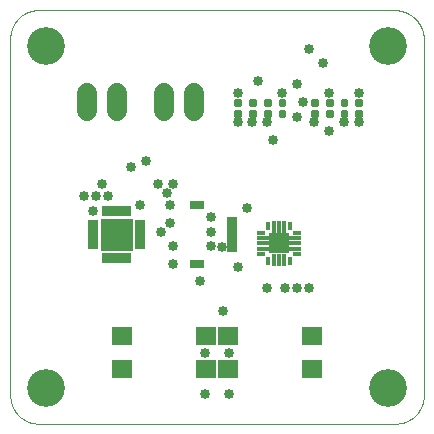
<source format=gts>
G04 EAGLE Gerber RS-274X export*
G75*
%MOMM*%
%FSLAX35Y35*%
%LPD*%
%INsolder_mask_top*%
%IPPOS*%
%AMOC8*
5,1,8,0,0,1.08239X$1,22.5*%
G01*
%ADD10C,0.000000*%
%ADD11R,2.703200X2.703200*%
%ADD12R,0.503200X0.953200*%
%ADD13R,0.953200X0.503200*%
%ADD14C,1.703200*%
%ADD15R,1.703200X1.703200*%
%ADD16R,0.453200X1.003200*%
%ADD17R,1.003200X0.453200*%
%ADD18R,0.753200X0.453200*%
%ADD19R,0.453200X0.753200*%
%ADD20R,0.903200X0.503200*%
%ADD21R,1.203200X0.803200*%
%ADD22C,0.450047*%
%ADD23R,1.803200X1.603200*%
%ADD24C,3.203200*%
%ADD25C,0.853200*%


D10*
X250000Y0D02*
X3250000Y0D01*
X3500000Y225000D02*
X3500000Y3275000D01*
X3225000Y3500000D02*
X250000Y3500000D01*
X0Y3275000D02*
X0Y225000D01*
X0Y3275000D02*
X371Y3280735D01*
X881Y3286460D01*
X1529Y3292170D01*
X2315Y3297864D01*
X3238Y3303536D01*
X4298Y3309185D01*
X5494Y3314806D01*
X6826Y3320397D01*
X8292Y3325954D01*
X9892Y3331474D01*
X11626Y3336954D01*
X13491Y3342390D01*
X15487Y3347780D01*
X17612Y3353120D01*
X19866Y3358406D01*
X22247Y3363637D01*
X24754Y3368809D01*
X27385Y3373919D01*
X30138Y3378963D01*
X33013Y3383940D01*
X36007Y3388846D01*
X39119Y3393678D01*
X42347Y3398433D01*
X45688Y3403109D01*
X49142Y3407703D01*
X52706Y3412212D01*
X56377Y3416633D01*
X60154Y3420965D01*
X64035Y3425204D01*
X68018Y3429348D01*
X72099Y3433395D01*
X76276Y3437342D01*
X80548Y3441186D01*
X84912Y3444927D01*
X89365Y3448561D01*
X93904Y3452086D01*
X98527Y3455500D01*
X103231Y3458802D01*
X108014Y3461989D01*
X112872Y3465060D01*
X117803Y3468012D01*
X122804Y3470844D01*
X127872Y3473555D01*
X133003Y3476142D01*
X138196Y3478605D01*
X143447Y3480942D01*
X148753Y3483150D01*
X154111Y3485230D01*
X159517Y3487180D01*
X164969Y3488999D01*
X170463Y3490686D01*
X175997Y3492239D01*
X181566Y3493658D01*
X187168Y3494942D01*
X192799Y3496090D01*
X198457Y3497102D01*
X204137Y3497977D01*
X209837Y3498715D01*
X215553Y3499314D01*
X221281Y3499775D01*
X227020Y3500098D01*
X232764Y3500282D01*
X238511Y3500327D01*
X244257Y3500233D01*
X250000Y3500000D01*
X3225000Y3500000D02*
X3231143Y3500538D01*
X3237297Y3500926D01*
X3243459Y3501162D01*
X3249625Y3501247D01*
X3255791Y3501180D01*
X3261953Y3500962D01*
X3268109Y3500594D01*
X3274253Y3500074D01*
X3280383Y3499403D01*
X3286494Y3498582D01*
X3292584Y3497612D01*
X3298648Y3496492D01*
X3304682Y3495224D01*
X3310684Y3493808D01*
X3316649Y3492246D01*
X3322574Y3490537D01*
X3328455Y3488684D01*
X3334289Y3486686D01*
X3340072Y3484546D01*
X3345801Y3482265D01*
X3351472Y3479844D01*
X3357083Y3477285D01*
X3362628Y3474588D01*
X3368106Y3471757D01*
X3373512Y3468792D01*
X3378845Y3465694D01*
X3384099Y3462467D01*
X3389273Y3459113D01*
X3394363Y3455632D01*
X3399366Y3452027D01*
X3404279Y3448300D01*
X3409099Y3444454D01*
X3413823Y3440491D01*
X3418449Y3436414D01*
X3422973Y3432224D01*
X3427393Y3427924D01*
X3431706Y3423517D01*
X3435909Y3419005D01*
X3440001Y3414392D01*
X3443978Y3409679D01*
X3447839Y3404871D01*
X3451580Y3399969D01*
X3455199Y3394977D01*
X3458695Y3389897D01*
X3462066Y3384733D01*
X3465309Y3379489D01*
X3468422Y3374166D01*
X3471403Y3368768D01*
X3474251Y3363299D01*
X3476964Y3357761D01*
X3479540Y3352159D01*
X3481978Y3346495D01*
X3484276Y3340773D01*
X3486433Y3334996D01*
X3488448Y3329168D01*
X3490319Y3323292D01*
X3492045Y3317372D01*
X3493626Y3311412D01*
X3495060Y3305415D01*
X3496346Y3299384D01*
X3497484Y3293323D01*
X3498472Y3287237D01*
X3499311Y3281128D01*
X3500000Y3275000D01*
X3500000Y225000D02*
X3499629Y219265D01*
X3499119Y213540D01*
X3498471Y207830D01*
X3497685Y202136D01*
X3496762Y196464D01*
X3495702Y190815D01*
X3494506Y185194D01*
X3493174Y179603D01*
X3491708Y174046D01*
X3490108Y168526D01*
X3488374Y163046D01*
X3486509Y157610D01*
X3484513Y152220D01*
X3482388Y146880D01*
X3480134Y141594D01*
X3477753Y136363D01*
X3475246Y131191D01*
X3472615Y126081D01*
X3469862Y121037D01*
X3466987Y116060D01*
X3463993Y111154D01*
X3460881Y106322D01*
X3457653Y101567D01*
X3454312Y96891D01*
X3450858Y92297D01*
X3447294Y87788D01*
X3443623Y83367D01*
X3439846Y79035D01*
X3435965Y74796D01*
X3431982Y70652D01*
X3427901Y66605D01*
X3423724Y62658D01*
X3419452Y58814D01*
X3415088Y55073D01*
X3410635Y51439D01*
X3406096Y47914D01*
X3401473Y44500D01*
X3396769Y41198D01*
X3391986Y38011D01*
X3387128Y34940D01*
X3382197Y31988D01*
X3377196Y29156D01*
X3372128Y26445D01*
X3366997Y23858D01*
X3361804Y21395D01*
X3356553Y19058D01*
X3351247Y16850D01*
X3345889Y14770D01*
X3340483Y12820D01*
X3335031Y11001D01*
X3329537Y9314D01*
X3324003Y7761D01*
X3318434Y6342D01*
X3312832Y5058D01*
X3307201Y3910D01*
X3301543Y2898D01*
X3295863Y2023D01*
X3290163Y1285D01*
X3284447Y686D01*
X3278719Y225D01*
X3272980Y-98D01*
X3267236Y-282D01*
X3261489Y-327D01*
X3255743Y-233D01*
X3250000Y0D01*
X250000Y0D02*
X244257Y-233D01*
X238511Y-327D01*
X232764Y-282D01*
X227020Y-98D01*
X221281Y225D01*
X215553Y686D01*
X209837Y1285D01*
X204137Y2023D01*
X198457Y2898D01*
X192799Y3910D01*
X187168Y5058D01*
X181566Y6342D01*
X175997Y7761D01*
X170463Y9314D01*
X164969Y11001D01*
X159517Y12820D01*
X154111Y14770D01*
X148753Y16850D01*
X143447Y19058D01*
X138196Y21395D01*
X133003Y23858D01*
X127872Y26445D01*
X122804Y29156D01*
X117803Y31988D01*
X112872Y34940D01*
X108014Y38011D01*
X103231Y41198D01*
X98527Y44500D01*
X93904Y47914D01*
X89365Y51439D01*
X84912Y55073D01*
X80548Y58814D01*
X76276Y62658D01*
X72099Y66605D01*
X68018Y70652D01*
X64035Y74796D01*
X60154Y79035D01*
X56377Y83367D01*
X52706Y87788D01*
X49142Y92297D01*
X45688Y96891D01*
X42347Y101567D01*
X39119Y106322D01*
X36007Y111154D01*
X33013Y116060D01*
X30138Y121037D01*
X27385Y126081D01*
X24754Y131191D01*
X22247Y136363D01*
X19866Y141594D01*
X17612Y146880D01*
X15487Y152220D01*
X13491Y157610D01*
X11626Y163046D01*
X9892Y168526D01*
X8292Y174046D01*
X6826Y179603D01*
X5494Y185194D01*
X4298Y190815D01*
X3238Y196464D01*
X2315Y202136D01*
X1529Y207830D01*
X881Y213540D01*
X371Y219265D01*
X0Y225000D01*
X3225000Y3500000D02*
X3231143Y3500538D01*
X3237297Y3500926D01*
X3243459Y3501162D01*
X3249625Y3501247D01*
X3255791Y3501180D01*
X3261953Y3500962D01*
X3268109Y3500594D01*
X3274253Y3500074D01*
X3280383Y3499403D01*
X3286494Y3498582D01*
X3292584Y3497612D01*
X3298648Y3496492D01*
X3304682Y3495224D01*
X3310684Y3493808D01*
X3316649Y3492246D01*
X3322574Y3490537D01*
X3328455Y3488684D01*
X3334289Y3486686D01*
X3340072Y3484546D01*
X3345801Y3482265D01*
X3351472Y3479844D01*
X3357083Y3477285D01*
X3362628Y3474588D01*
X3368106Y3471757D01*
X3373512Y3468792D01*
X3378845Y3465694D01*
X3384099Y3462467D01*
X3389273Y3459113D01*
X3394363Y3455632D01*
X3399366Y3452027D01*
X3404279Y3448300D01*
X3409099Y3444454D01*
X3413823Y3440491D01*
X3418449Y3436414D01*
X3422973Y3432224D01*
X3427393Y3427924D01*
X3431706Y3423517D01*
X3435909Y3419005D01*
X3440001Y3414392D01*
X3443978Y3409679D01*
X3447839Y3404871D01*
X3451580Y3399969D01*
X3455199Y3394977D01*
X3458695Y3389897D01*
X3462066Y3384733D01*
X3465309Y3379489D01*
X3468422Y3374166D01*
X3471403Y3368768D01*
X3474251Y3363299D01*
X3476964Y3357761D01*
X3479540Y3352159D01*
X3481978Y3346495D01*
X3484276Y3340773D01*
X3486433Y3334996D01*
X3488448Y3329168D01*
X3490319Y3323292D01*
X3492045Y3317372D01*
X3493626Y3311412D01*
X3495060Y3305415D01*
X3496346Y3299384D01*
X3497484Y3293323D01*
X3498472Y3287237D01*
X3499311Y3281128D01*
X3500000Y3275000D01*
X3500000Y225000D02*
X3499629Y219265D01*
X3499119Y213540D01*
X3498471Y207830D01*
X3497685Y202136D01*
X3496762Y196464D01*
X3495702Y190815D01*
X3494506Y185194D01*
X3493174Y179603D01*
X3491708Y174046D01*
X3490108Y168526D01*
X3488374Y163046D01*
X3486509Y157610D01*
X3484513Y152220D01*
X3482388Y146880D01*
X3480134Y141594D01*
X3477753Y136363D01*
X3475246Y131191D01*
X3472615Y126081D01*
X3469862Y121037D01*
X3466987Y116060D01*
X3463993Y111154D01*
X3460881Y106322D01*
X3457653Y101567D01*
X3454312Y96891D01*
X3450858Y92297D01*
X3447294Y87788D01*
X3443623Y83367D01*
X3439846Y79035D01*
X3435965Y74796D01*
X3431982Y70652D01*
X3427901Y66605D01*
X3423724Y62658D01*
X3419452Y58814D01*
X3415088Y55073D01*
X3410635Y51439D01*
X3406096Y47914D01*
X3401473Y44500D01*
X3396769Y41198D01*
X3391986Y38011D01*
X3387128Y34940D01*
X3382197Y31988D01*
X3377196Y29156D01*
X3372128Y26445D01*
X3366997Y23858D01*
X3361804Y21395D01*
X3356553Y19058D01*
X3351247Y16850D01*
X3345889Y14770D01*
X3340483Y12820D01*
X3335031Y11001D01*
X3329537Y9314D01*
X3324003Y7761D01*
X3318434Y6342D01*
X3312832Y5058D01*
X3307201Y3910D01*
X3301543Y2898D01*
X3295863Y2023D01*
X3290163Y1285D01*
X3284447Y686D01*
X3278719Y225D01*
X3272980Y-98D01*
X3267236Y-282D01*
X3261489Y-327D01*
X3255743Y-233D01*
X3250000Y0D01*
X250000Y0D02*
X244257Y-233D01*
X238511Y-327D01*
X232764Y-282D01*
X227020Y-98D01*
X221281Y225D01*
X215553Y686D01*
X209837Y1285D01*
X204137Y2023D01*
X198457Y2898D01*
X192799Y3910D01*
X187168Y5058D01*
X181566Y6342D01*
X175997Y7761D01*
X170463Y9314D01*
X164969Y11001D01*
X159517Y12820D01*
X154111Y14770D01*
X148753Y16850D01*
X143447Y19058D01*
X138196Y21395D01*
X133003Y23858D01*
X127872Y26445D01*
X122804Y29156D01*
X117803Y31988D01*
X112872Y34940D01*
X108014Y38011D01*
X103231Y41198D01*
X98527Y44500D01*
X93904Y47914D01*
X89365Y51439D01*
X84912Y55073D01*
X80548Y58814D01*
X76276Y62658D01*
X72099Y66605D01*
X68018Y70652D01*
X64035Y74796D01*
X60154Y79035D01*
X56377Y83367D01*
X52706Y87788D01*
X49142Y92297D01*
X45688Y96891D01*
X42347Y101567D01*
X39119Y106322D01*
X36007Y111154D01*
X33013Y116060D01*
X30138Y121037D01*
X27385Y126081D01*
X24754Y131191D01*
X22247Y136363D01*
X19866Y141594D01*
X17612Y146880D01*
X15487Y152220D01*
X13491Y157610D01*
X11626Y163046D01*
X9892Y168526D01*
X8292Y174046D01*
X6826Y179603D01*
X5494Y185194D01*
X4298Y190815D01*
X3238Y196464D01*
X2315Y202136D01*
X1529Y207830D01*
X881Y213540D01*
X371Y219265D01*
X0Y225000D01*
D11*
X900000Y1600000D03*
D12*
X800000Y1800000D03*
X850000Y1800000D03*
X900000Y1800000D03*
X950000Y1800000D03*
X1000000Y1800000D03*
X1000000Y1400000D03*
X950000Y1400000D03*
X900000Y1400000D03*
X850000Y1400000D03*
X800000Y1400000D03*
D13*
X1100000Y1500000D03*
X1100000Y1550000D03*
X1100000Y1600000D03*
X1100000Y1650000D03*
X1100000Y1700000D03*
X700000Y1700000D03*
X700000Y1650000D03*
X700000Y1600000D03*
X700000Y1550000D03*
X700000Y1500000D03*
D14*
X1552000Y2650000D02*
X1552000Y2800000D01*
X1298000Y2800000D02*
X1298000Y2650000D01*
X902000Y2650000D02*
X902000Y2800000D01*
X648000Y2800000D02*
X648000Y2650000D01*
D15*
X2275000Y1525000D03*
D16*
X2230000Y1665000D03*
X2275000Y1665000D03*
X2320000Y1665000D03*
X2230000Y1385000D03*
X2275000Y1385000D03*
X2320000Y1385000D03*
D17*
X2410000Y1480000D03*
X2410000Y1525000D03*
X2410000Y1570000D03*
X2135000Y1480000D03*
X2135000Y1525000D03*
X2135000Y1570000D03*
D18*
X2123000Y1435000D03*
D19*
X2185000Y1373000D03*
X2185000Y1677000D03*
D18*
X2123000Y1615000D03*
D19*
X2365000Y1677000D03*
X2365000Y1373000D03*
D18*
X2423000Y1435000D03*
X2423000Y1615000D03*
D20*
X1877000Y1575000D03*
X1877000Y1625000D03*
X1877000Y1675000D03*
X1877000Y1525000D03*
X1877000Y1475000D03*
X1877000Y1725000D03*
D21*
X1577000Y1850000D03*
X1577000Y1350000D03*
D22*
X2162342Y2708592D02*
X2187658Y2708592D01*
X2162342Y2708592D02*
X2162342Y2733908D01*
X2187658Y2733908D01*
X2187658Y2708592D01*
X2187658Y2616092D02*
X2162342Y2616092D01*
X2162342Y2641408D01*
X2187658Y2641408D01*
X2187658Y2616092D01*
X2812342Y2708592D02*
X2837658Y2708592D01*
X2812342Y2708592D02*
X2812342Y2733908D01*
X2837658Y2733908D01*
X2837658Y2708592D01*
X2837658Y2616092D02*
X2812342Y2616092D01*
X2812342Y2641408D01*
X2837658Y2641408D01*
X2837658Y2616092D01*
X2062658Y2708592D02*
X2037342Y2708592D01*
X2037342Y2733908D01*
X2062658Y2733908D01*
X2062658Y2708592D01*
X2062658Y2616092D02*
X2037342Y2616092D01*
X2037342Y2641408D01*
X2062658Y2641408D01*
X2062658Y2616092D01*
X2687342Y2708592D02*
X2712658Y2708592D01*
X2687342Y2708592D02*
X2687342Y2733908D01*
X2712658Y2733908D01*
X2712658Y2708592D01*
X2712658Y2616092D02*
X2687342Y2616092D01*
X2687342Y2641408D01*
X2712658Y2641408D01*
X2712658Y2616092D01*
X2937342Y2708592D02*
X2962658Y2708592D01*
X2937342Y2708592D02*
X2937342Y2733908D01*
X2962658Y2733908D01*
X2962658Y2708592D01*
X2962658Y2616092D02*
X2937342Y2616092D01*
X2937342Y2641408D01*
X2962658Y2641408D01*
X2962658Y2616092D01*
X1937658Y2708592D02*
X1912342Y2708592D01*
X1912342Y2733908D01*
X1937658Y2733908D01*
X1937658Y2708592D01*
X1937658Y2616092D02*
X1912342Y2616092D01*
X1912342Y2641408D01*
X1937658Y2641408D01*
X1937658Y2616092D01*
X2287342Y2708592D02*
X2312658Y2708592D01*
X2287342Y2708592D02*
X2287342Y2733908D01*
X2312658Y2733908D01*
X2312658Y2708592D01*
X2312658Y2616092D02*
X2287342Y2616092D01*
X2287342Y2641408D01*
X2312658Y2641408D01*
X2312658Y2616092D01*
X2562342Y2708592D02*
X2587658Y2708592D01*
X2562342Y2708592D02*
X2562342Y2733908D01*
X2587658Y2733908D01*
X2587658Y2708592D01*
X2587658Y2616092D02*
X2562342Y2616092D01*
X2562342Y2641408D01*
X2587658Y2641408D01*
X2587658Y2616092D01*
D23*
X1655600Y739700D03*
X1655600Y460300D03*
X944400Y460300D03*
X944400Y739700D03*
X2555600Y739700D03*
X2555600Y460300D03*
X1844400Y460300D03*
X1844400Y739700D03*
D24*
X300000Y3200000D03*
X300000Y300000D03*
X3200000Y300000D03*
X3200000Y3200000D03*
D25*
X700000Y1800000D03*
X1925000Y1325000D03*
X2000000Y1825000D03*
X1350000Y1850000D03*
X1375000Y2025000D03*
X2275000Y1525000D03*
X1100000Y1850000D03*
X2100000Y2900000D03*
X2425000Y2600000D03*
X2225000Y2400000D03*
X1700000Y1625000D03*
X1700000Y1750000D03*
X1700000Y1500000D03*
X1325000Y1950000D03*
X825000Y1925000D03*
X725000Y1925000D03*
X1375000Y1350000D03*
X2525000Y1150000D03*
X2425000Y1150000D03*
X1608462Y1208462D03*
X2325000Y1150000D03*
X2175000Y1150000D03*
X1150000Y2225000D03*
X1375000Y1500000D03*
X775000Y2025000D03*
X1025000Y2175000D03*
X1789500Y1497576D03*
X1800000Y950000D03*
X625000Y1925000D03*
X2700000Y2475000D03*
X2700000Y2800000D03*
X2575000Y2550000D03*
X2650000Y3050000D03*
X1250000Y2025000D03*
X2525000Y3175000D03*
X1925000Y2550000D03*
X2950000Y2550000D03*
X1650000Y250000D03*
X1850000Y250000D03*
X1275000Y1625000D03*
X1350000Y1700000D03*
X2475000Y2725000D03*
X2175000Y2550000D03*
X2300000Y2800000D03*
X2050000Y2550000D03*
X1925000Y2800000D03*
X2825000Y2550000D03*
X2950000Y2800000D03*
X2425000Y2875000D03*
X1650000Y600000D03*
X1850000Y600000D03*
M02*

</source>
